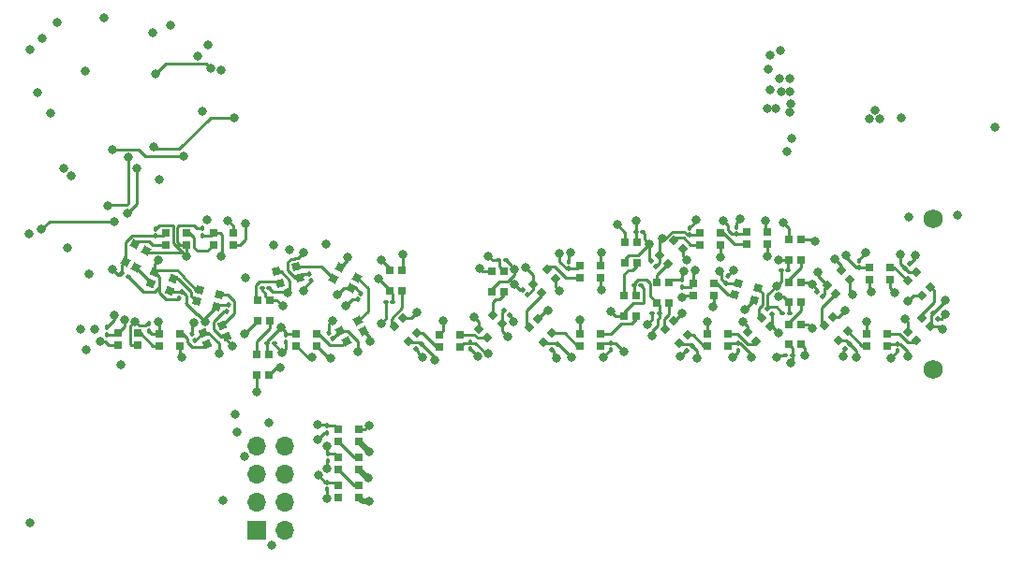
<source format=gtl>
G04 #@! TF.GenerationSoftware,KiCad,Pcbnew,7.0.2-0*
G04 #@! TF.CreationDate,2023-10-08T21:39:02-05:00*
G04 #@! TF.ProjectId,spudglo_business_card,73707564-676c-46f5-9f62-7573696e6573,rev?*
G04 #@! TF.SameCoordinates,Original*
G04 #@! TF.FileFunction,Copper,L1,Top*
G04 #@! TF.FilePolarity,Positive*
%FSLAX46Y46*%
G04 Gerber Fmt 4.6, Leading zero omitted, Abs format (unit mm)*
G04 Created by KiCad (PCBNEW 7.0.2-0) date 2023-10-08 21:39:02*
%MOMM*%
%LPD*%
G01*
G04 APERTURE LIST*
G04 Aperture macros list*
%AMRoundRect*
0 Rectangle with rounded corners*
0 $1 Rounding radius*
0 $2 $3 $4 $5 $6 $7 $8 $9 X,Y pos of 4 corners*
0 Add a 4 corners polygon primitive as box body*
4,1,4,$2,$3,$4,$5,$6,$7,$8,$9,$2,$3,0*
0 Add four circle primitives for the rounded corners*
1,1,$1+$1,$2,$3*
1,1,$1+$1,$4,$5*
1,1,$1+$1,$6,$7*
1,1,$1+$1,$8,$9*
0 Add four rect primitives between the rounded corners*
20,1,$1+$1,$2,$3,$4,$5,0*
20,1,$1+$1,$4,$5,$6,$7,0*
20,1,$1+$1,$6,$7,$8,$9,0*
20,1,$1+$1,$8,$9,$2,$3,0*%
%AMRotRect*
0 Rectangle, with rotation*
0 The origin of the aperture is its center*
0 $1 length*
0 $2 width*
0 $3 Rotation angle, in degrees counterclockwise*
0 Add horizontal line*
21,1,$1,$2,0,0,$3*%
G04 Aperture macros list end*
G04 #@! TA.AperFunction,SMDPad,CuDef*
%ADD10RoundRect,0.100000X0.100000X-0.130000X0.100000X0.130000X-0.100000X0.130000X-0.100000X-0.130000X0*%
G04 #@! TD*
G04 #@! TA.AperFunction,SMDPad,CuDef*
%ADD11RoundRect,0.100000X-0.162635X0.021213X0.021213X-0.162635X0.162635X-0.021213X-0.021213X0.162635X0*%
G04 #@! TD*
G04 #@! TA.AperFunction,SMDPad,CuDef*
%ADD12RotRect,0.700000X0.700000X45.000000*%
G04 #@! TD*
G04 #@! TA.AperFunction,SMDPad,CuDef*
%ADD13RotRect,0.700000X0.700000X195.000000*%
G04 #@! TD*
G04 #@! TA.AperFunction,SMDPad,CuDef*
%ADD14R,0.700000X0.700000*%
G04 #@! TD*
G04 #@! TA.AperFunction,SMDPad,CuDef*
%ADD15RotRect,0.700000X0.700000X345.000000*%
G04 #@! TD*
G04 #@! TA.AperFunction,SMDPad,CuDef*
%ADD16RoundRect,0.100000X-0.100000X0.130000X-0.100000X-0.130000X0.100000X-0.130000X0.100000X0.130000X0*%
G04 #@! TD*
G04 #@! TA.AperFunction,SMDPad,CuDef*
%ADD17RoundRect,0.100000X-0.021213X-0.162635X0.162635X0.021213X0.021213X0.162635X-0.162635X-0.021213X0*%
G04 #@! TD*
G04 #@! TA.AperFunction,SMDPad,CuDef*
%ADD18RoundRect,0.100000X0.021213X0.162635X-0.162635X-0.021213X-0.021213X-0.162635X0.162635X0.021213X0*%
G04 #@! TD*
G04 #@! TA.AperFunction,SMDPad,CuDef*
%ADD19RoundRect,0.100000X-0.130000X-0.100000X0.130000X-0.100000X0.130000X0.100000X-0.130000X0.100000X0*%
G04 #@! TD*
G04 #@! TA.AperFunction,SMDPad,CuDef*
%ADD20RotRect,0.700000X0.700000X225.000000*%
G04 #@! TD*
G04 #@! TA.AperFunction,SMDPad,CuDef*
%ADD21RoundRect,0.100000X0.130000X0.100000X-0.130000X0.100000X-0.130000X-0.100000X0.130000X-0.100000X0*%
G04 #@! TD*
G04 #@! TA.AperFunction,SMDPad,CuDef*
%ADD22RoundRect,0.100000X0.151603X-0.062583X0.021603X0.162583X-0.151603X0.062583X-0.021603X-0.162583X0*%
G04 #@! TD*
G04 #@! TA.AperFunction,SMDPad,CuDef*
%ADD23RoundRect,0.100000X0.162635X-0.021213X-0.021213X0.162635X-0.162635X0.021213X0.021213X-0.162635X0*%
G04 #@! TD*
G04 #@! TA.AperFunction,SMDPad,CuDef*
%ADD24RoundRect,0.100000X-0.021603X0.162583X-0.151603X-0.062583X0.021603X-0.162583X0.151603X0.062583X0*%
G04 #@! TD*
G04 #@! TA.AperFunction,SMDPad,CuDef*
%ADD25RotRect,0.700000X0.700000X30.000000*%
G04 #@! TD*
G04 #@! TA.AperFunction,SMDPad,CuDef*
%ADD26RoundRect,0.100000X-0.162583X-0.021603X0.062583X-0.151603X0.162583X0.021603X-0.062583X0.151603X0*%
G04 #@! TD*
G04 #@! TA.AperFunction,SMDPad,CuDef*
%ADD27RoundRect,0.100000X-0.049507X0.156362X-0.138432X-0.087958X0.049507X-0.156362X0.138432X0.087958X0*%
G04 #@! TD*
G04 #@! TA.AperFunction,SMDPad,CuDef*
%ADD28RoundRect,0.100000X-0.130239X0.099688X-0.062946X-0.151452X0.130239X-0.099688X0.062946X0.151452X0*%
G04 #@! TD*
G04 #@! TA.AperFunction,SMDPad,CuDef*
%ADD29RoundRect,0.100000X0.138432X-0.087958X0.049507X0.156362X-0.138432X0.087958X-0.049507X-0.156362X0*%
G04 #@! TD*
G04 #@! TA.AperFunction,SMDPad,CuDef*
%ADD30RotRect,0.700000X0.700000X315.000000*%
G04 #@! TD*
G04 #@! TA.AperFunction,SMDPad,CuDef*
%ADD31RotRect,0.700000X0.700000X135.000000*%
G04 #@! TD*
G04 #@! TA.AperFunction,SMDPad,CuDef*
%ADD32RotRect,0.700000X0.700000X150.000000*%
G04 #@! TD*
G04 #@! TA.AperFunction,SMDPad,CuDef*
%ADD33RoundRect,0.100000X0.062946X-0.151452X0.130239X0.099688X-0.062946X0.151452X-0.130239X-0.099688X0*%
G04 #@! TD*
G04 #@! TA.AperFunction,SMDPad,CuDef*
%ADD34RotRect,0.700000X0.700000X165.000000*%
G04 #@! TD*
G04 #@! TA.AperFunction,SMDPad,CuDef*
%ADD35RotRect,0.700000X0.700000X20.000000*%
G04 #@! TD*
G04 #@! TA.AperFunction,SMDPad,CuDef*
%ADD36RotRect,0.700000X0.700000X60.000000*%
G04 #@! TD*
G04 #@! TA.AperFunction,SMDPad,CuDef*
%ADD37RoundRect,0.100000X-0.062946X0.151452X-0.130239X-0.099688X0.062946X-0.151452X0.130239X0.099688X0*%
G04 #@! TD*
G04 #@! TA.AperFunction,SMDPad,CuDef*
%ADD38RotRect,0.700000X0.700000X160.000000*%
G04 #@! TD*
G04 #@! TA.AperFunction,ComponentPad*
%ADD39C,1.755000*%
G04 #@! TD*
G04 #@! TA.AperFunction,ComponentPad*
%ADD40R,1.700000X1.700000*%
G04 #@! TD*
G04 #@! TA.AperFunction,ComponentPad*
%ADD41O,1.700000X1.700000*%
G04 #@! TD*
G04 #@! TA.AperFunction,ViaPad*
%ADD42C,0.800000*%
G04 #@! TD*
G04 #@! TA.AperFunction,Conductor*
%ADD43C,0.250000*%
G04 #@! TD*
G04 #@! TA.AperFunction,Conductor*
%ADD44C,0.500000*%
G04 #@! TD*
G04 APERTURE END LIST*
D10*
X225060000Y-101900000D03*
X225060000Y-101260000D03*
D11*
X258007452Y-105977452D03*
X258460000Y-106430000D03*
D12*
X221812183Y-103302183D03*
X222590000Y-104080000D03*
X223884005Y-102785995D03*
X223106188Y-102008178D03*
D13*
X200742346Y-102768880D03*
X200457645Y-101706361D03*
X198690000Y-102180000D03*
X198974701Y-103242519D03*
D14*
X215220000Y-108980000D03*
X215220000Y-107880000D03*
X213390000Y-107880000D03*
X213390000Y-108980000D03*
X192960000Y-98680000D03*
X192960000Y-99780000D03*
X194790000Y-99780000D03*
X194790000Y-98680000D03*
X184330000Y-107750000D03*
X184330000Y-108850000D03*
X186160000Y-108850000D03*
X186160000Y-107750000D03*
D15*
X240362355Y-103216361D03*
X240077654Y-104278880D03*
X241845299Y-104752519D03*
X242130000Y-103690000D03*
D10*
X251290000Y-101815000D03*
X251290000Y-101175000D03*
D16*
X240380000Y-108695000D03*
X240380000Y-109335000D03*
D14*
X244990000Y-101110000D03*
X246090000Y-101110000D03*
X246090000Y-99280000D03*
X244990000Y-99280000D03*
D10*
X187730000Y-98970000D03*
X187730000Y-98330000D03*
D17*
X255457452Y-101912548D03*
X255910000Y-101460000D03*
D16*
X199509996Y-107920001D03*
X199509996Y-108560001D03*
D12*
X233295995Y-100674005D03*
X234073812Y-101451822D03*
X235367817Y-100157817D03*
X234590000Y-99380000D03*
D16*
X228900000Y-108660000D03*
X228900000Y-109300000D03*
D18*
X211752551Y-108747455D03*
X211300003Y-109200003D03*
X224024152Y-108769775D03*
X223571604Y-109222323D03*
D19*
X218735000Y-101170000D03*
X219375000Y-101170000D03*
D20*
X243281822Y-107173812D03*
X242504005Y-106395995D03*
X241210000Y-107690000D03*
X241987817Y-108467817D03*
D14*
X197990000Y-109680000D03*
X196890000Y-109680000D03*
X196890000Y-111510000D03*
X197990000Y-111510000D03*
D21*
X245050000Y-105950000D03*
X244410000Y-105950000D03*
D22*
X203719999Y-108254256D03*
X203399999Y-107700000D03*
D14*
X244990000Y-104980001D03*
X246090000Y-104980001D03*
X246090000Y-103150001D03*
X244990000Y-103150001D03*
X241175000Y-98630000D03*
X241175000Y-99730000D03*
X243005000Y-99730000D03*
X243005000Y-98630000D03*
D23*
X243482322Y-106012322D03*
X243029774Y-105559774D03*
D24*
X206300000Y-104142872D03*
X205980000Y-104697128D03*
D25*
X204425174Y-107565000D03*
X204975174Y-108517628D03*
X206560000Y-107602628D03*
X206010000Y-106650000D03*
D14*
X236360000Y-103280000D03*
X236360000Y-104380000D03*
X238190000Y-104380000D03*
X238190000Y-103280000D03*
D26*
X184705740Y-102310001D03*
X185259996Y-102630001D03*
D23*
X232970226Y-101710225D03*
X232517678Y-101257677D03*
D18*
X250462322Y-108747678D03*
X250009774Y-109200226D03*
D14*
X188110000Y-107790000D03*
X188110000Y-108890000D03*
X189940000Y-108890000D03*
X189940000Y-107790000D03*
D20*
X257771822Y-107133812D03*
X256994005Y-106355995D03*
X255700000Y-107650000D03*
X256477817Y-108427817D03*
D19*
X197825000Y-108660000D03*
X198465000Y-108660000D03*
D14*
X239420000Y-108880000D03*
X239420000Y-107780000D03*
X237590000Y-107780000D03*
X237590000Y-108880000D03*
X227920000Y-108880000D03*
X227920000Y-107780000D03*
X226090000Y-107780000D03*
X226090000Y-108880000D03*
D23*
X247992322Y-104442323D03*
X247539774Y-103989775D03*
D10*
X235350000Y-103580000D03*
X235350000Y-102940000D03*
D14*
X236960000Y-98680000D03*
X236960000Y-99780000D03*
X238790000Y-99780000D03*
X238790000Y-98680000D03*
D21*
X245305000Y-109770000D03*
X244665000Y-109770000D03*
D27*
X190103492Y-104043492D03*
X189884600Y-104644896D03*
D16*
X203260000Y-121260000D03*
X203260000Y-121900000D03*
D14*
X208930078Y-103905892D03*
X210030078Y-103905892D03*
X210030078Y-102075892D03*
X208930078Y-102075892D03*
D28*
X201640000Y-102390000D03*
X201805644Y-103008192D03*
D10*
X191960000Y-98900000D03*
X191960000Y-98260000D03*
D16*
X203310000Y-118685000D03*
X203310000Y-119325000D03*
D29*
X191258892Y-108421404D03*
X191040000Y-107820000D03*
D30*
X256483812Y-102258178D03*
X255705995Y-103035995D03*
X257000000Y-104330000D03*
X257777817Y-103552183D03*
D14*
X204265000Y-119020000D03*
X204265000Y-120120000D03*
X206095000Y-120120000D03*
X206095000Y-119020000D03*
D31*
X249484005Y-108374005D03*
X250261822Y-107596188D03*
X248967817Y-106302183D03*
X248190000Y-107080000D03*
D19*
X231140000Y-98570000D03*
X231780000Y-98570000D03*
D16*
X203210000Y-116145000D03*
X203210000Y-116785000D03*
D32*
X205407413Y-103713814D03*
X205957413Y-102761186D03*
X204372587Y-101846186D03*
X203822587Y-102798814D03*
D14*
X204240000Y-116460000D03*
X204240000Y-117560000D03*
X206070000Y-117560000D03*
X206070000Y-116460000D03*
D11*
X219257455Y-105697449D03*
X219710003Y-106149997D03*
D23*
X221366274Y-104296274D03*
X220913726Y-103843726D03*
D14*
X198090000Y-104779999D03*
X196990000Y-104779999D03*
X196990000Y-106609999D03*
X198090000Y-106609999D03*
D21*
X233270000Y-105980000D03*
X232630000Y-105980000D03*
D16*
X216200000Y-108540000D03*
X216200000Y-109180000D03*
D33*
X239317885Y-103212340D03*
X239483529Y-102594148D03*
D31*
X222806188Y-108551822D03*
X223584005Y-107774005D03*
X222290000Y-106480000D03*
X221512183Y-107257817D03*
D18*
X236202322Y-108917678D03*
X235749774Y-109370226D03*
D10*
X187130000Y-107565000D03*
X187130000Y-106925000D03*
D34*
X193205299Y-105342519D03*
X193490000Y-104280000D03*
X191722355Y-103806361D03*
X191437654Y-104868880D03*
D10*
X236000000Y-98860000D03*
X236000000Y-98220000D03*
D14*
X231190000Y-104380000D03*
X230090000Y-104380000D03*
X230090000Y-106210000D03*
X231190000Y-106210000D03*
D10*
X183330000Y-107875000D03*
X183330000Y-107235000D03*
D31*
X210584005Y-108474005D03*
X211361822Y-107696188D03*
X210067817Y-106402183D03*
X209290000Y-107180000D03*
D14*
X244990000Y-108780000D03*
X246090000Y-108780000D03*
X246090000Y-106950000D03*
X244990000Y-106950000D03*
D19*
X230980000Y-103410000D03*
X231620000Y-103410000D03*
D14*
X252275000Y-101793109D03*
X252275000Y-102893109D03*
X254105000Y-102893109D03*
X254105000Y-101793109D03*
X231290001Y-99549999D03*
X230190001Y-99549999D03*
X230190001Y-101379999D03*
X231290001Y-101379999D03*
D31*
X235042183Y-108687817D03*
X235820000Y-107910000D03*
X234525995Y-106615995D03*
X233748178Y-107393812D03*
D14*
X200470000Y-107840000D03*
X200470000Y-108940000D03*
X202300000Y-108940000D03*
X202300000Y-107840000D03*
X204270000Y-121570000D03*
X204270000Y-122670000D03*
X206100000Y-122670000D03*
X206100000Y-121570000D03*
D35*
X192030362Y-107705896D03*
X192406584Y-108739558D03*
X194126222Y-108113662D03*
X193750000Y-107080000D03*
D36*
X184980000Y-101290000D03*
X185932628Y-101840000D03*
X186847628Y-100255174D03*
X185895000Y-99705174D03*
D21*
X244920000Y-102100000D03*
X244280000Y-102100000D03*
D14*
X188690000Y-98680000D03*
X188690000Y-99780000D03*
X190520000Y-99780000D03*
X190520000Y-98680000D03*
X253820000Y-108930000D03*
X253820000Y-107830000D03*
X251990000Y-107830000D03*
X251990000Y-108930000D03*
X226090000Y-101680000D03*
X226090000Y-102780000D03*
X227920000Y-102780000D03*
X227920000Y-101680000D03*
D37*
X194292115Y-105177660D03*
X194126471Y-105795852D03*
D14*
X233067813Y-105009998D03*
X234167813Y-105009998D03*
X234167813Y-103179998D03*
X233067813Y-103179998D03*
X219190000Y-102180000D03*
X218090000Y-102180000D03*
X218090000Y-104010000D03*
X219190000Y-104010000D03*
D12*
X248418178Y-103396188D03*
X249195995Y-104174005D03*
X250490000Y-102880000D03*
X249712183Y-102102183D03*
D21*
X209190000Y-104900000D03*
X208550000Y-104900000D03*
D16*
X254810000Y-108745000D03*
X254810000Y-109385000D03*
D10*
X240220000Y-98790000D03*
X240220000Y-98150000D03*
D19*
X197350000Y-103690000D03*
X197990000Y-103690000D03*
D20*
X219025911Y-106863812D03*
X218248094Y-106085995D03*
X216954089Y-107380000D03*
X217731906Y-108157817D03*
D38*
X188993778Y-103883662D03*
X189370000Y-102850000D03*
X187650362Y-102224104D03*
X187274140Y-103257766D03*
D39*
X258000000Y-97440000D03*
X258000000Y-111030000D03*
D40*
X196850000Y-125580000D03*
D41*
X199390000Y-125580000D03*
X196850000Y-123040000D03*
X199390000Y-123040000D03*
X196850000Y-120500000D03*
X199390000Y-120500000D03*
X196850000Y-117960000D03*
X199390000Y-117960000D03*
D42*
X245070000Y-85870000D03*
X207905000Y-102815000D03*
X251060000Y-109960000D03*
X250130000Y-100730000D03*
X236660000Y-109990000D03*
X255050000Y-100590000D03*
X238670000Y-102110000D03*
X230070000Y-109470000D03*
X236520000Y-102070000D03*
X243260000Y-85740000D03*
X206030000Y-109430000D03*
X247590000Y-102260000D03*
X221180000Y-101850000D03*
X244300000Y-85870000D03*
X233523343Y-99199500D03*
X244000000Y-104450000D03*
X245169269Y-110460951D03*
X258890000Y-107400000D03*
X244020000Y-101110000D03*
X204190000Y-104280000D03*
X192190000Y-106710000D03*
X245090000Y-87740000D03*
X201090000Y-100490000D03*
X212940000Y-110150000D03*
X202454520Y-120628083D03*
X188020000Y-106710000D03*
X217780000Y-100760000D03*
X245100000Y-86950000D03*
X245040000Y-84700000D03*
X244094000Y-84709000D03*
X225290000Y-109960000D03*
X203190953Y-117957895D03*
X184915952Y-106573030D03*
X217812598Y-109567410D03*
X202400000Y-116040000D03*
X199210000Y-105300000D03*
X239010000Y-97550000D03*
X232590000Y-107970000D03*
X241560000Y-109940000D03*
X183855030Y-102000500D03*
X224253792Y-100521087D03*
X244070000Y-107730000D03*
X231180000Y-97600000D03*
X259130000Y-104760000D03*
X193640000Y-100760000D03*
X199056979Y-107236979D03*
X219525000Y-108095000D03*
X255710000Y-109890000D03*
X193490000Y-109620000D03*
X232150000Y-106940000D03*
X225250000Y-100440000D03*
X176402679Y-124940070D03*
X203544500Y-110050000D03*
X235523200Y-102143448D03*
X238790000Y-100890000D03*
X180960000Y-107400000D03*
X203120000Y-99700000D03*
X238110000Y-105400000D03*
X243856415Y-103460864D03*
X251990000Y-106740000D03*
X191192003Y-106764835D03*
X182260000Y-107400000D03*
X176360000Y-82070000D03*
X195820000Y-102700000D03*
X250750000Y-104260000D03*
X203210000Y-122720000D03*
X204940000Y-105280000D03*
X235740000Y-101160000D03*
X190120000Y-109930000D03*
X249860000Y-109870000D03*
X213750000Y-106630000D03*
X235310000Y-105960000D03*
X240775000Y-106725000D03*
X192369690Y-97454338D03*
X223970000Y-110020000D03*
X177090000Y-85960000D03*
X198430000Y-99770000D03*
X193790000Y-122910000D03*
X250040000Y-105730000D03*
X199190000Y-109480000D03*
X177460000Y-81030000D03*
X198220000Y-126950000D03*
X241013909Y-105583909D03*
X245190000Y-90150000D03*
X183100000Y-79230000D03*
X220104788Y-106727944D03*
X223210000Y-105720000D03*
X210080000Y-100640000D03*
X243020000Y-87450000D03*
X184563038Y-110644500D03*
X236604500Y-97467270D03*
X206929602Y-120860299D03*
X237590000Y-106760000D03*
X247060000Y-103340000D03*
X199640000Y-104120000D03*
X193670000Y-83970000D03*
X224210000Y-103950000D03*
X228175000Y-109955000D03*
X180149531Y-93469531D03*
X196890000Y-113080000D03*
X216550000Y-106300000D03*
X190540000Y-100808216D03*
X244800000Y-91280000D03*
X207000000Y-123010000D03*
X255470000Y-106480000D03*
X211840000Y-109940000D03*
X220139502Y-102000000D03*
X239930000Y-102050000D03*
X185906535Y-106706259D03*
X197970000Y-115850000D03*
X216860000Y-109870000D03*
X205060000Y-100840000D03*
X178830000Y-79590000D03*
X226090000Y-106590000D03*
X254170000Y-109980000D03*
X232364609Y-99681546D03*
X207027022Y-118526291D03*
X243130000Y-83860000D03*
X220190000Y-103340000D03*
X228060000Y-103840000D03*
X202390000Y-117360000D03*
X211330000Y-105900000D03*
X203240000Y-120010000D03*
X199879500Y-100180000D03*
X194710000Y-108920000D03*
X184020000Y-106130000D03*
X188010000Y-101160000D03*
X203690000Y-106640000D03*
X256380000Y-100710000D03*
X195870000Y-97830000D03*
X189050000Y-79850000D03*
X243870000Y-109910000D03*
X228860000Y-105770000D03*
X195080000Y-116690000D03*
X259120000Y-106050000D03*
X181395528Y-84030016D03*
X243005000Y-100760000D03*
X207141314Y-108530000D03*
X239870000Y-109940000D03*
X255730000Y-104815000D03*
X235130000Y-109890000D03*
X247310000Y-99400000D03*
X176280000Y-98770000D03*
X201097701Y-103932299D03*
X263630000Y-89140000D03*
X251930000Y-100470000D03*
X243770000Y-87440000D03*
X240600000Y-97410000D03*
X255110000Y-88270000D03*
X195750000Y-107810000D03*
X247060000Y-107340000D03*
X208100000Y-106870000D03*
X254520000Y-104110000D03*
X199030000Y-110840000D03*
X182732617Y-108496845D03*
X208120000Y-101110000D03*
X201874500Y-109960000D03*
X228065000Y-100465000D03*
X217040000Y-101930000D03*
X229490000Y-97950000D03*
X242825000Y-97545000D03*
X235350000Y-104500000D03*
X244480000Y-97720000D03*
X246380000Y-109770000D03*
X249120000Y-101050000D03*
X188100000Y-93820000D03*
X181730000Y-102430000D03*
X195751907Y-118906177D03*
X179774500Y-100020000D03*
X243270000Y-82550000D03*
X181450000Y-109275500D03*
X244220000Y-82170000D03*
X194960000Y-115090000D03*
X191580000Y-82645500D03*
X191930000Y-87700000D03*
X178210000Y-87819760D03*
X187510000Y-80540000D03*
X179407839Y-92799532D03*
X194800000Y-88230000D03*
X187520000Y-90900000D03*
X183861982Y-91128018D03*
X190260000Y-91730000D03*
X194220000Y-97590000D03*
X185200000Y-96880000D03*
X186034500Y-92837328D03*
X185310000Y-91852518D03*
X183370000Y-96190000D03*
X184035049Y-97629549D03*
X177425500Y-98340000D03*
X192688333Y-83782021D03*
X187760000Y-84270000D03*
X260230000Y-97040000D03*
X252720000Y-87610000D03*
X253180000Y-88360000D03*
X255830000Y-97200000D03*
X252255001Y-88354999D03*
X207000000Y-116110000D03*
X252390000Y-104000000D03*
X192476754Y-81692640D03*
D43*
X201090000Y-100490000D02*
X200627300Y-100952700D01*
X199703984Y-101324254D02*
X199703984Y-102092865D01*
X199703984Y-102092865D02*
X200379999Y-102768880D01*
X199973238Y-101055000D02*
X199703984Y-101324254D01*
X200627300Y-100952700D02*
X200342605Y-100952700D01*
X200342605Y-100952700D02*
X200240305Y-101055000D01*
X200240305Y-101055000D02*
X199973238Y-101055000D01*
X200379999Y-102768880D02*
X200742346Y-102768880D01*
X218765000Y-101755000D02*
X219190000Y-102180000D01*
X250462322Y-108747678D02*
X250088649Y-108374005D01*
X248170690Y-104263955D02*
X247992322Y-104442323D01*
X224253792Y-101284833D02*
X224868959Y-101900000D01*
X184915952Y-106573030D02*
X184915952Y-107164048D01*
X233253837Y-100716163D02*
X233253837Y-101426614D01*
X184915952Y-107164048D02*
X184330000Y-107750000D01*
X233080000Y-106510000D02*
X233080000Y-107100000D01*
X223889065Y-108634688D02*
X222889054Y-108634688D01*
X193205299Y-105342519D02*
X193370158Y-105177660D01*
X215575000Y-108625000D02*
X216115000Y-108625000D01*
X255457452Y-101912548D02*
X255050000Y-101505096D01*
X243482322Y-106012322D02*
X243482322Y-107142322D01*
X243482322Y-106973312D02*
X243281822Y-107173812D01*
X216640305Y-108625000D02*
X216115000Y-108625000D01*
X187010000Y-98890000D02*
X185644336Y-98890000D01*
X184205000Y-107875000D02*
X183330000Y-107875000D01*
X187355000Y-107790000D02*
X187130000Y-107565000D01*
X203960000Y-121260000D02*
X203260000Y-121260000D01*
X247590000Y-102260000D02*
X247590000Y-102568010D01*
X235084341Y-108729975D02*
X236014619Y-108729975D01*
X245305000Y-110325220D02*
X245305000Y-109770000D01*
X254005000Y-108745000D02*
X254810000Y-108745000D01*
X236660000Y-109990000D02*
X236660000Y-109375356D01*
X240220000Y-98790000D02*
X239840000Y-98790000D01*
X193730000Y-100670000D02*
X193730000Y-98850000D01*
X207905000Y-102815000D02*
X208930078Y-103840078D01*
X250462322Y-108747678D02*
X251060000Y-109345356D01*
X221812183Y-103850365D02*
X221812183Y-103302183D01*
X188110000Y-107790000D02*
X187355000Y-107790000D01*
X258623812Y-107133812D02*
X258890000Y-107400000D01*
X211752551Y-108747455D02*
X212940000Y-109934904D01*
X222889054Y-108634688D02*
X222806188Y-108551822D01*
X236360000Y-103280000D02*
X236360000Y-102230000D01*
X236780000Y-98860000D02*
X236000000Y-98860000D01*
X257771822Y-107133812D02*
X258623812Y-107133812D01*
X203105000Y-116040000D02*
X203210000Y-116145000D01*
X235808959Y-98860000D02*
X236000000Y-98860000D01*
X208930078Y-103840078D02*
X208930078Y-103905892D01*
X192740000Y-98900000D02*
X191960000Y-98900000D01*
X236660000Y-109375356D02*
X236202322Y-108917678D01*
X206300000Y-104142872D02*
X205870942Y-103713814D01*
X192190000Y-106710000D02*
X192190000Y-106357818D01*
X190472238Y-105039232D02*
X190482611Y-105028859D01*
X184330000Y-107750000D02*
X184205000Y-107875000D01*
X231313959Y-102885000D02*
X232067813Y-102885000D01*
X255050000Y-101505096D02*
X255050000Y-100590000D01*
X245305000Y-109770000D02*
X245305000Y-109095000D01*
X197350000Y-103881041D02*
X197350000Y-103690000D01*
X251290000Y-101815000D02*
X251098959Y-101815000D01*
X224253792Y-100521087D02*
X224253792Y-101284833D01*
X184705740Y-102310001D02*
X184705740Y-101564260D01*
X255710000Y-109890000D02*
X255710000Y-109453959D01*
X184350905Y-102496375D02*
X184519366Y-102496375D01*
X251060000Y-109345356D02*
X251060000Y-109960000D01*
X239317885Y-103212340D02*
X240358334Y-103212340D01*
X239420000Y-108880000D02*
X239605000Y-108695000D01*
X233523343Y-99199500D02*
X233295995Y-99426848D01*
X197665000Y-104415000D02*
X197665000Y-104196041D01*
X216115000Y-108625000D02*
X216200000Y-108540000D01*
X209190000Y-104900000D02*
X209190000Y-104165814D01*
X233815904Y-99199500D02*
X234455379Y-98560025D01*
X184519366Y-102496375D02*
X184705740Y-102310001D01*
X203086437Y-121260000D02*
X203260000Y-121260000D01*
X211752551Y-108747455D02*
X211617464Y-108612368D01*
X191314854Y-108421404D02*
X192030362Y-107705896D01*
X190103492Y-104043492D02*
X189153608Y-104043492D01*
X190159529Y-104043492D02*
X190103492Y-104043492D01*
X257819975Y-107085659D02*
X257819975Y-106164929D01*
X256483812Y-102258178D02*
X256441654Y-102216020D01*
X221180000Y-101850000D02*
X221812183Y-102482183D01*
X192960000Y-98680000D02*
X192740000Y-98900000D01*
X226090000Y-101680000D02*
X225870000Y-101900000D01*
X191258892Y-108421404D02*
X191314854Y-108421404D01*
X193370158Y-105177660D02*
X194292115Y-105177660D01*
X244990000Y-104980001D02*
X244990000Y-105890000D01*
X199509996Y-107689996D02*
X199509996Y-107920001D01*
X211617464Y-108612368D02*
X210722368Y-108612368D01*
X231290001Y-99549999D02*
X231140000Y-99399998D01*
X197825000Y-109515000D02*
X197825000Y-108660000D01*
X233270000Y-105212185D02*
X233067813Y-105009998D01*
X219068069Y-105886835D02*
X219257455Y-105697449D01*
X232392813Y-103210000D02*
X232392813Y-104334998D01*
X205870942Y-103713814D02*
X205407413Y-103713814D01*
X204425174Y-107565000D02*
X204409255Y-107565000D01*
X221812183Y-102482183D02*
X221812183Y-103302183D01*
X255001041Y-108745000D02*
X254810000Y-108745000D01*
X203190953Y-118565953D02*
X203310000Y-118685000D01*
X199589997Y-107840000D02*
X199509996Y-107920001D01*
X229260000Y-108660000D02*
X228900000Y-108660000D01*
X198090000Y-104779999D02*
X198690000Y-104779999D01*
X239226798Y-103212340D02*
X238870000Y-102855542D01*
X241175000Y-98630000D02*
X241015000Y-98790000D01*
X244990000Y-105890000D02*
X245050000Y-105950000D01*
X231140000Y-97640000D02*
X231140000Y-98570000D01*
X193640000Y-100760000D02*
X193730000Y-100670000D01*
X245169269Y-110460951D02*
X245305000Y-110325220D01*
X233080000Y-107100000D02*
X232590000Y-107590000D01*
X204240000Y-116460000D02*
X203925000Y-116145000D01*
X231190000Y-104380000D02*
X230980000Y-104170000D01*
X219025911Y-106863812D02*
X219068069Y-106821654D01*
X235508984Y-98560025D02*
X235808959Y-98860000D01*
X238870000Y-102310000D02*
X238670000Y-102110000D01*
X259130000Y-104854904D02*
X258007452Y-105977452D01*
X204756186Y-103713814D02*
X204190000Y-104280000D01*
X205407413Y-103713814D02*
X204756186Y-103713814D01*
X188110000Y-106800000D02*
X188110000Y-107790000D01*
X233295995Y-100674005D02*
X233253837Y-100716163D01*
X225870000Y-101900000D02*
X225060000Y-101900000D01*
X201640000Y-102390000D02*
X201121226Y-102390000D01*
X247590000Y-102568010D02*
X248418178Y-103396188D01*
X239605000Y-108695000D02*
X240380000Y-108695000D01*
X233270000Y-105980000D02*
X233270000Y-105212185D01*
X231180000Y-97600000D02*
X231140000Y-97640000D01*
X183855030Y-102000500D02*
X184350905Y-102496375D01*
X239465000Y-98005000D02*
X239010000Y-97550000D01*
X192190000Y-106357818D02*
X193205299Y-105342519D01*
X199056979Y-107236979D02*
X199509996Y-107689996D01*
X257771822Y-107133812D02*
X257819975Y-107085659D01*
X233270000Y-105980000D02*
X233270000Y-106320000D01*
X217582715Y-109567410D02*
X216640305Y-108625000D01*
X233295995Y-99426848D02*
X233295995Y-100674005D01*
X204270000Y-121570000D02*
X203960000Y-121260000D01*
X243482322Y-107142322D02*
X244070000Y-107730000D01*
X240380000Y-108695000D02*
X240574645Y-108695000D01*
X193560000Y-98680000D02*
X192960000Y-98680000D01*
X203925000Y-116145000D02*
X203210000Y-116145000D01*
X239317885Y-103212340D02*
X239226798Y-103212340D01*
X190482611Y-104366574D02*
X190159529Y-104043492D01*
X187090000Y-98970000D02*
X187010000Y-98890000D01*
X250088649Y-108374005D02*
X249484005Y-108374005D01*
X248418178Y-103396188D02*
X248170690Y-103643676D01*
X232067813Y-102885000D02*
X232392813Y-103210000D01*
X253820000Y-108930000D02*
X254005000Y-108745000D01*
X245305000Y-109095000D02*
X244990000Y-108780000D01*
X228140000Y-108660000D02*
X228900000Y-108660000D01*
X188400000Y-98970000D02*
X188690000Y-98680000D01*
X244459999Y-104450000D02*
X244990000Y-104980001D01*
X203190953Y-117957895D02*
X203190953Y-118565953D01*
X256441654Y-102216020D02*
X255760924Y-102216020D01*
X250130000Y-100846041D02*
X250130000Y-100730000D01*
X187730000Y-98970000D02*
X187090000Y-98970000D01*
X236960000Y-98680000D02*
X236780000Y-98860000D01*
X232590000Y-107590000D02*
X232590000Y-107970000D01*
X193490000Y-108705570D02*
X193490000Y-109620000D01*
X218765000Y-101200000D02*
X218765000Y-101755000D01*
X241015000Y-98790000D02*
X240220000Y-98790000D01*
X197990000Y-109680000D02*
X197825000Y-109515000D01*
X202454520Y-120628083D02*
X203086437Y-121260000D01*
X244920000Y-101180000D02*
X244990000Y-101110000D01*
X192030362Y-107705896D02*
X192490326Y-107705896D01*
X248170690Y-103643676D02*
X248170690Y-104263955D01*
X233270000Y-106320000D02*
X233080000Y-106510000D01*
X255760924Y-102216020D02*
X255457452Y-101912548D01*
X252275000Y-101793109D02*
X251311891Y-101793109D01*
X212940000Y-109934904D02*
X212940000Y-110150000D01*
X193730000Y-98850000D02*
X193560000Y-98680000D01*
X236014619Y-108729975D02*
X236202322Y-108917678D01*
X200470000Y-107840000D02*
X199589997Y-107840000D01*
X231140000Y-99399998D02*
X231140000Y-98570000D01*
X204409255Y-107565000D02*
X203719999Y-108254256D01*
X217812598Y-109567410D02*
X217582715Y-109567410D01*
X184705740Y-101564260D02*
X184980000Y-101290000D01*
X219025911Y-107595911D02*
X219525000Y-108095000D01*
X234455379Y-98560025D02*
X235508984Y-98560025D01*
X215220000Y-108980000D02*
X215575000Y-108625000D01*
X201121226Y-102390000D02*
X200742346Y-102768880D01*
X221366274Y-104296274D02*
X221812183Y-103850365D01*
X224099775Y-108769775D02*
X225290000Y-109960000D01*
X224868959Y-101900000D02*
X225060000Y-101900000D01*
X227920000Y-108880000D02*
X228140000Y-108660000D01*
X232392813Y-104334998D02*
X233067813Y-105009998D01*
X203930000Y-118685000D02*
X203310000Y-118685000D01*
X251098959Y-101815000D02*
X250130000Y-100846041D01*
X192190000Y-106710000D02*
X191519835Y-106039835D01*
X198090000Y-104779999D02*
X198029999Y-104779999D01*
X236060000Y-103580000D02*
X236360000Y-103280000D01*
X243482322Y-106012322D02*
X243482322Y-106973312D01*
X189153608Y-104043492D02*
X188993778Y-103883662D01*
X230070000Y-109470000D02*
X229260000Y-108660000D01*
X238870000Y-102855542D02*
X238870000Y-102310000D01*
X239840000Y-98790000D02*
X239465000Y-98415000D01*
X257819975Y-106164929D02*
X258007452Y-105977452D01*
X235350000Y-103580000D02*
X236060000Y-103580000D01*
X230980000Y-103218959D02*
X231313959Y-102885000D01*
X217780000Y-100760000D02*
X218190000Y-101170000D01*
X224024152Y-108769775D02*
X223889065Y-108634688D01*
X210722368Y-108612368D02*
X210584005Y-108474005D01*
X236360000Y-102230000D02*
X236520000Y-102070000D01*
X206030000Y-108506616D02*
X206030000Y-109430000D01*
X244920000Y-102100000D02*
X244920000Y-101180000D01*
X198029999Y-104779999D02*
X197665000Y-104415000D01*
X224024152Y-108769775D02*
X224099775Y-108769775D01*
X184980000Y-99554336D02*
X184980000Y-101290000D01*
X240574645Y-108695000D02*
X241560000Y-109680355D01*
X199056979Y-107236979D02*
X197825000Y-108468959D01*
X219068069Y-106821654D02*
X219068069Y-105886835D01*
X230980000Y-104170000D02*
X230980000Y-103410000D01*
X219025911Y-106863812D02*
X219025911Y-107595911D01*
X205088384Y-107565000D02*
X206030000Y-108506616D01*
X191472841Y-106039835D02*
X190472238Y-105039232D01*
X255710000Y-109453959D02*
X255001041Y-108745000D01*
X209190000Y-104165814D02*
X208930078Y-103905892D01*
X244000000Y-104450000D02*
X244459999Y-104450000D01*
X197665000Y-104196041D02*
X197350000Y-103881041D01*
X204425174Y-107565000D02*
X205088384Y-107565000D01*
X241560000Y-109680355D02*
X241560000Y-109940000D01*
X192490326Y-107705896D02*
X193490000Y-108705570D01*
X233523343Y-99199500D02*
X233815904Y-99199500D01*
X235042183Y-108687817D02*
X235084341Y-108729975D01*
X244990000Y-101110000D02*
X244020000Y-101110000D01*
X190482611Y-105028859D02*
X190482611Y-104366574D01*
X240358334Y-103212340D02*
X240362355Y-103216361D01*
X218190000Y-101170000D02*
X218735000Y-101170000D01*
X202400000Y-116040000D02*
X203105000Y-116040000D01*
X185644336Y-98890000D02*
X184980000Y-99554336D01*
X230980000Y-103410000D02*
X230980000Y-103218959D01*
X191519835Y-106039835D02*
X191472841Y-106039835D01*
X197825000Y-108468959D02*
X197825000Y-108660000D01*
X259130000Y-104760000D02*
X259130000Y-104854904D01*
X204265000Y-119020000D02*
X203930000Y-118685000D01*
X218735000Y-101170000D02*
X218765000Y-101200000D01*
X198690000Y-104779999D02*
X199210000Y-105300000D01*
X239465000Y-98415000D02*
X239465000Y-98005000D01*
X188020000Y-106710000D02*
X188110000Y-106800000D01*
X251311891Y-101793109D02*
X251290000Y-101815000D01*
X187730000Y-98970000D02*
X188400000Y-98970000D01*
X233253837Y-101426614D02*
X232970226Y-101710225D01*
X195870000Y-99300000D02*
X195870000Y-97830000D01*
X228860000Y-105770000D02*
X229300000Y-106210000D01*
X255700000Y-107650000D02*
X255700000Y-106710000D01*
X223721078Y-109771078D02*
X223721078Y-109371797D01*
X256215000Y-104330000D02*
X255730000Y-104815000D01*
X250490000Y-102880000D02*
X250490000Y-104000000D01*
X238190000Y-104380000D02*
X238190000Y-105320000D01*
X195750000Y-107810000D02*
X195789999Y-107810000D01*
X196890000Y-113080000D02*
X196890000Y-111510000D01*
X207141314Y-108183942D02*
X207141314Y-108530000D01*
X223970000Y-110020000D02*
X223721078Y-109771078D01*
X199052347Y-102180000D02*
X198690000Y-102180000D01*
X220139502Y-102480498D02*
X219540000Y-103080000D01*
X202965000Y-116785000D02*
X202390000Y-117360000D01*
X255700000Y-106710000D02*
X255470000Y-106480000D01*
X186661360Y-104031365D02*
X187617945Y-104031365D01*
X208100000Y-106870000D02*
X208550000Y-106420000D01*
X190540000Y-100808216D02*
X189365000Y-99633216D01*
X203210000Y-121950000D02*
X203260000Y-121900000D01*
X231865000Y-103655000D02*
X231865000Y-105055000D01*
X189845000Y-98005000D02*
X191195000Y-98005000D01*
D44*
X206070000Y-117569269D02*
X206070000Y-117560000D01*
D43*
X235350000Y-102316648D02*
X235523200Y-102143448D01*
X189690000Y-98160000D02*
X189845000Y-98005000D01*
X210030078Y-101932231D02*
X210030078Y-102075892D01*
X236604500Y-97615500D02*
X236000000Y-98220000D01*
X244010000Y-109770000D02*
X243870000Y-109910000D01*
X198296180Y-103996180D02*
X197990000Y-103690000D01*
X192976401Y-107436401D02*
X193653662Y-108113662D01*
X199516180Y-103996180D02*
X198296180Y-103996180D01*
X246670000Y-106950000D02*
X246090000Y-106950000D01*
X258740000Y-106430000D02*
X259120000Y-106050000D01*
X220693726Y-103843726D02*
X220913726Y-103843726D01*
D44*
X206440000Y-123010000D02*
X206100000Y-122670000D01*
D43*
X211840000Y-109940000D02*
X211435090Y-109535090D01*
X187617945Y-104031365D02*
X188047739Y-103601571D01*
X237590000Y-107780000D02*
X237590000Y-106760000D01*
X185906535Y-106706259D02*
X186275276Y-107075000D01*
X185560000Y-108850000D02*
X186160000Y-108850000D01*
X251990000Y-107830000D02*
X251990000Y-106740000D01*
X231965001Y-99281938D02*
X231965001Y-98755001D01*
X246090000Y-99280000D02*
X247190000Y-99280000D01*
X210080000Y-100640000D02*
X210080000Y-101882309D01*
X220139502Y-102000000D02*
X220139502Y-102480498D01*
X191722355Y-103806361D02*
X191382757Y-103806361D01*
X190540000Y-100808216D02*
X190540000Y-99800000D01*
X187650362Y-102224104D02*
X187650362Y-101519638D01*
X195390000Y-99780000D02*
X195870000Y-99300000D01*
X223210000Y-105720000D02*
X223050000Y-105720000D01*
X243856415Y-103460864D02*
X244270000Y-103047279D01*
X198465000Y-108755000D02*
X198465000Y-108660000D01*
X203240000Y-119395000D02*
X203310000Y-119325000D01*
D44*
X206835299Y-120860299D02*
X206095000Y-120120000D01*
D43*
X190186784Y-100455000D02*
X187047454Y-100455000D01*
X190540000Y-99800000D02*
X190520000Y-99780000D01*
X193653662Y-108113662D02*
X194126222Y-108113662D01*
X223884005Y-103624005D02*
X223884005Y-102785995D01*
X185906535Y-106706259D02*
X185853741Y-106706259D01*
X199190000Y-109480000D02*
X199509996Y-109160004D01*
X186938959Y-106925000D02*
X187130000Y-106925000D01*
X230505001Y-100704999D02*
X230190001Y-101019999D01*
X256380000Y-100710000D02*
X256380000Y-100990000D01*
X239870000Y-109940000D02*
X240380000Y-109430000D01*
X235367817Y-100787817D02*
X235740000Y-101160000D01*
X192976401Y-106736195D02*
X192976401Y-107436401D01*
X210827817Y-106402183D02*
X210067817Y-106402183D01*
X234654005Y-106615995D02*
X235310000Y-105960000D01*
X190143599Y-102567203D02*
X190143599Y-102506195D01*
X240220000Y-98150000D02*
X240220000Y-97790000D01*
X243856415Y-103460864D02*
X243048960Y-104268319D01*
X235367817Y-100157817D02*
X235367817Y-100787817D01*
X189884600Y-104644896D02*
X189872235Y-104657261D01*
X232364609Y-99681546D02*
X231341156Y-100704999D01*
X188047739Y-103601571D02*
X188047739Y-102621481D01*
X189940000Y-109750000D02*
X189940000Y-108890000D01*
X185485000Y-107075000D02*
X185485000Y-108775000D01*
X232364609Y-101104608D02*
X232364609Y-99681546D01*
X232630000Y-106460000D02*
X232150000Y-106940000D01*
X203410000Y-110050000D02*
X202300000Y-108940000D01*
X185485000Y-108775000D02*
X185560000Y-108850000D01*
X240220000Y-97790000D02*
X240600000Y-97410000D01*
X211330000Y-105900000D02*
X210827817Y-106402183D01*
X225060000Y-100630000D02*
X225060000Y-101260000D01*
X251290000Y-101110000D02*
X251930000Y-100470000D01*
X220190000Y-103340000D02*
X220693726Y-103843726D01*
X230190001Y-101019999D02*
X230190001Y-101379999D01*
X231865000Y-105055000D02*
X230945000Y-105055000D01*
X194126471Y-105795852D02*
X193916744Y-105795852D01*
X189365000Y-98005000D02*
X188055000Y-98005000D01*
X244270000Y-102110000D02*
X244280000Y-102100000D01*
X205522872Y-104697128D02*
X205980000Y-104697128D01*
X228830000Y-109300000D02*
X228900000Y-109300000D01*
X219540000Y-103080000D02*
X218805029Y-103080000D01*
X239930000Y-102050000D02*
X239483529Y-102496471D01*
X191195000Y-98005000D02*
X191450000Y-98260000D01*
X234525995Y-106615995D02*
X234654005Y-106615995D01*
X206560000Y-107602628D02*
X207141314Y-108183942D01*
X188649973Y-104657261D02*
X188047739Y-104055027D01*
X228060000Y-103840000D02*
X227920000Y-103700000D01*
X220104788Y-106544782D02*
X219710003Y-106149997D01*
X199640000Y-104120000D02*
X199516180Y-103996180D01*
D44*
X207000000Y-123010000D02*
X206440000Y-123010000D01*
D43*
X203690000Y-106640000D02*
X203399999Y-106930001D01*
X230090000Y-105910000D02*
X230090000Y-106210000D01*
X184020000Y-106545000D02*
X183330000Y-107235000D01*
X243005000Y-99730000D02*
X243005000Y-100760000D01*
X216954089Y-106704089D02*
X216954089Y-107380000D01*
X203544500Y-110050000D02*
X203410000Y-110050000D01*
X190143599Y-102506195D02*
X189713805Y-102076401D01*
X204940000Y-105280000D02*
X205522872Y-104697128D01*
D44*
X207027022Y-118526291D02*
X206070000Y-117569269D01*
D43*
X219865000Y-101660000D02*
X219375000Y-101170000D01*
X184020000Y-106130000D02*
X184020000Y-106545000D01*
X213750000Y-106630000D02*
X213750000Y-107520000D01*
X243202112Y-105387436D02*
X243029774Y-105559774D01*
X185259996Y-102630001D02*
X186661360Y-104031365D01*
X190120000Y-109930000D02*
X189940000Y-109750000D01*
X193916744Y-105795852D02*
X192976401Y-106736195D01*
X227920000Y-103700000D02*
X227920000Y-102780000D01*
X238790000Y-99780000D02*
X238790000Y-100890000D01*
X205060000Y-100840000D02*
X205060000Y-101158773D01*
X228175000Y-109955000D02*
X228830000Y-109300000D01*
X186788959Y-107075000D02*
X186938959Y-106925000D01*
X205060000Y-101158773D02*
X204372587Y-101846186D01*
X246870001Y-103150001D02*
X247060000Y-103340000D01*
X239483529Y-102496471D02*
X239483529Y-102594148D01*
X187650362Y-101519638D02*
X188010000Y-101160000D01*
D44*
X206929602Y-120860299D02*
X206835299Y-120860299D01*
D43*
X254765000Y-109385000D02*
X254170000Y-109980000D01*
X203240000Y-120010000D02*
X203240000Y-119395000D01*
X223721078Y-109371797D02*
X223571604Y-109222323D01*
X216860000Y-109840000D02*
X216200000Y-109180000D01*
X194790000Y-99780000D02*
X195390000Y-99780000D01*
X210080000Y-101882309D02*
X210030078Y-101932231D01*
X189872235Y-104657261D02*
X188649973Y-104657261D01*
X225250000Y-100440000D02*
X225060000Y-100630000D01*
X187798065Y-102076401D02*
X187650362Y-102224104D01*
X213750000Y-107520000D02*
X213390000Y-107880000D01*
X231620000Y-103410000D02*
X231865000Y-103655000D01*
X190540000Y-100808216D02*
X190186784Y-100455000D01*
X234167813Y-103179998D02*
X234407811Y-102940000D01*
X243048960Y-105540588D02*
X243029774Y-105559774D01*
X240380000Y-109430000D02*
X240380000Y-109335000D01*
X247060000Y-107340000D02*
X246670000Y-106950000D01*
X250009774Y-109200226D02*
X249860000Y-109350000D01*
X191040000Y-106916838D02*
X191040000Y-107820000D01*
X235649774Y-109370226D02*
X235130000Y-109890000D01*
X231341156Y-100704999D02*
X230505001Y-100704999D01*
X247539774Y-103989775D02*
X247539774Y-103819774D01*
X189690000Y-99550000D02*
X189690000Y-98160000D01*
X230945000Y-105055000D02*
X230090000Y-105910000D01*
X243048960Y-104268319D02*
X243048960Y-105540588D01*
X220104788Y-106727944D02*
X220104788Y-106544782D01*
X235749774Y-109370226D02*
X235649774Y-109370226D01*
X244270000Y-103047279D02*
X244270000Y-102110000D01*
X238190000Y-105320000D02*
X238110000Y-105400000D01*
X249467817Y-106302183D02*
X250040000Y-105730000D01*
X201097701Y-103932299D02*
X201097701Y-103716135D01*
X232517678Y-101257677D02*
X232364609Y-101104608D01*
X216550000Y-106300000D02*
X216954089Y-106704089D01*
X189365000Y-99633216D02*
X189365000Y-98005000D01*
X211435090Y-109335090D02*
X211300003Y-109200003D01*
X218805029Y-103080000D02*
X218090000Y-103795029D01*
X231965001Y-98755001D02*
X231780000Y-98570000D01*
X243847436Y-105387436D02*
X243202112Y-105387436D01*
X208550000Y-106420000D02*
X208550000Y-104900000D01*
X191450000Y-98260000D02*
X191960000Y-98260000D01*
X247539774Y-103819774D02*
X247060000Y-103340000D01*
X249860000Y-109350000D02*
X249860000Y-109870000D01*
X250490000Y-104000000D02*
X250750000Y-104260000D01*
X234407811Y-102940000D02*
X235350000Y-102940000D01*
X191382757Y-103806361D02*
X190143599Y-102567203D01*
X186275276Y-107075000D02*
X186788959Y-107075000D01*
X232630000Y-105980000D02*
X232630000Y-106460000D01*
X199640000Y-104120000D02*
X199850000Y-103910000D01*
X224210000Y-103950000D02*
X223884005Y-103624005D01*
X185853741Y-106706259D02*
X185485000Y-107075000D01*
X188047739Y-102621481D02*
X187650362Y-102224104D01*
X229300000Y-106210000D02*
X230090000Y-106210000D01*
X219865000Y-101725498D02*
X219865000Y-101660000D01*
X194126222Y-108336222D02*
X194126222Y-108113662D01*
X194710000Y-108920000D02*
X194126222Y-108336222D01*
X244410000Y-105950000D02*
X243847436Y-105387436D01*
X232364609Y-99681546D02*
X231965001Y-99281938D01*
X199850000Y-103910000D02*
X199850000Y-102977653D01*
X246090000Y-103150001D02*
X246870001Y-103150001D01*
X191192003Y-106764835D02*
X191040000Y-106916838D01*
X199509996Y-109160004D02*
X199509996Y-108560001D01*
X241845299Y-104752519D02*
X241013909Y-105583909D01*
X190520000Y-99780000D02*
X189920000Y-99780000D01*
X241210000Y-107690000D02*
X241210000Y-107160000D01*
X203210000Y-122720000D02*
X203210000Y-121950000D01*
X254105000Y-102893109D02*
X254105000Y-103695000D01*
X199850000Y-102977653D02*
X199052347Y-102180000D01*
X258460000Y-106430000D02*
X258740000Y-106430000D01*
X201097701Y-103716135D02*
X201805644Y-103008192D01*
X257000000Y-104330000D02*
X256215000Y-104330000D01*
X203399999Y-106930001D02*
X203399999Y-107700000D01*
X226090000Y-106590000D02*
X226090000Y-107780000D01*
X254810000Y-109385000D02*
X254765000Y-109385000D01*
X247190000Y-99280000D02*
X247310000Y-99400000D01*
X235350000Y-102940000D02*
X235350000Y-102316648D01*
X189713805Y-102076401D02*
X187798065Y-102076401D01*
X203210000Y-116785000D02*
X202965000Y-116785000D01*
X251290000Y-101175000D02*
X251290000Y-101110000D01*
X218090000Y-103795029D02*
X218090000Y-104010000D01*
X241210000Y-107160000D02*
X240775000Y-106725000D01*
X254105000Y-103695000D02*
X254520000Y-104110000D01*
X195789999Y-107810000D02*
X196990000Y-106609999D01*
X244665000Y-109770000D02*
X244010000Y-109770000D01*
X187047454Y-100455000D02*
X186847628Y-100255174D01*
X223050000Y-105720000D02*
X222290000Y-106480000D01*
X188055000Y-98005000D02*
X187730000Y-98330000D01*
X188047739Y-104055027D02*
X188047739Y-102621481D01*
X236604500Y-97467270D02*
X236604500Y-97615500D01*
X189920000Y-99780000D02*
X189690000Y-99550000D01*
X256380000Y-100990000D02*
X255910000Y-101460000D01*
X211435090Y-109535090D02*
X211435090Y-109335090D01*
X248967817Y-106302183D02*
X249467817Y-106302183D01*
X216860000Y-109870000D02*
X216860000Y-109840000D01*
X199190000Y-109480000D02*
X198465000Y-108755000D01*
X220139502Y-102000000D02*
X219865000Y-101725498D01*
X228920000Y-107780000D02*
X229815000Y-106885000D01*
X230765000Y-106885000D02*
X231190000Y-106460000D01*
X231190000Y-106460000D02*
X231190000Y-106210000D01*
X227920000Y-107780000D02*
X228920000Y-107780000D01*
X229815000Y-106885000D02*
X230765000Y-106885000D01*
X230090000Y-102440000D02*
X230475001Y-102054999D01*
X230090000Y-104380000D02*
X230090000Y-102440000D01*
X230865001Y-102054999D02*
X231290001Y-101629999D01*
X230475001Y-102054999D02*
X230865001Y-102054999D01*
X231290001Y-101629999D02*
X231290001Y-101379999D01*
X191230000Y-100010000D02*
X191230000Y-99140000D01*
X191540000Y-100320000D02*
X191230000Y-100010000D01*
X191230000Y-99140000D02*
X190770000Y-98680000D01*
X192420000Y-100320000D02*
X191540000Y-100320000D01*
X190770000Y-98680000D02*
X190520000Y-98680000D01*
X192960000Y-99780000D02*
X192420000Y-100320000D01*
X186148109Y-99452065D02*
X185895000Y-99705174D01*
X188690000Y-99780000D02*
X187438292Y-99780000D01*
X187110357Y-99452065D02*
X186148109Y-99452065D01*
X187438292Y-99780000D02*
X187110357Y-99452065D01*
X187274140Y-103257766D02*
X187274140Y-103181512D01*
X187274140Y-103181512D02*
X185932628Y-101840000D01*
X189790000Y-102850000D02*
X189370000Y-102850000D01*
X190968694Y-104028694D02*
X189790000Y-102850000D01*
X191437654Y-104868880D02*
X190968694Y-104399920D01*
X190968694Y-104399920D02*
X190968694Y-104028694D01*
X194269378Y-104280000D02*
X194878435Y-104889057D01*
X194878435Y-104889057D02*
X194878435Y-105951565D01*
X193490000Y-104280000D02*
X194269378Y-104280000D01*
X194878435Y-105951565D02*
X193750000Y-107080000D01*
X187510000Y-108890000D02*
X186370000Y-107750000D01*
X188110000Y-108890000D02*
X187510000Y-108890000D01*
X186370000Y-107750000D02*
X186160000Y-107750000D01*
X182732617Y-108496845D02*
X183120804Y-108496845D01*
X199030000Y-110840000D02*
X198660000Y-110840000D01*
X183120804Y-108496845D02*
X183473959Y-108850000D01*
X198660000Y-110840000D02*
X197990000Y-111510000D01*
X183473959Y-108850000D02*
X184330000Y-108850000D01*
X196890000Y-108530000D02*
X198090000Y-107330000D01*
X196890000Y-109680000D02*
X196890000Y-108530000D01*
X198090000Y-107330000D02*
X198090000Y-106609999D01*
X198792182Y-103060000D02*
X198974701Y-103242519D01*
X196795000Y-103413959D02*
X197148959Y-103060000D01*
X196795000Y-104584999D02*
X196795000Y-103413959D01*
X196990000Y-104779999D02*
X196795000Y-104584999D01*
X197148959Y-103060000D02*
X198792182Y-103060000D01*
X202730134Y-101706361D02*
X200457645Y-101706361D01*
X203822587Y-102798814D02*
X202730134Y-101706361D01*
X203509482Y-108872921D02*
X204619881Y-108872921D01*
X204619881Y-108872921D02*
X204975174Y-108517628D01*
X202300000Y-107840000D02*
X202476561Y-107840000D01*
X202476561Y-107840000D02*
X203509482Y-108872921D01*
X201874500Y-109960000D02*
X201490000Y-109960000D01*
X201490000Y-109960000D02*
X200470000Y-108940000D01*
X208930078Y-101920078D02*
X208120000Y-101110000D01*
X208930078Y-102075892D02*
X208930078Y-101920078D01*
X210030078Y-105439922D02*
X210030078Y-103905892D01*
X209290000Y-107180000D02*
X209042512Y-106932512D01*
X209042512Y-106427488D02*
X210030078Y-105439922D01*
X209042512Y-106932512D02*
X209042512Y-106427488D01*
X213140609Y-108980000D02*
X213390000Y-108980000D01*
X211361822Y-107696188D02*
X211856797Y-107696188D01*
X211856797Y-107696188D02*
X213140609Y-108980000D01*
X217689748Y-108199975D02*
X217731906Y-108157817D01*
X216499493Y-107880000D02*
X216819468Y-108199975D01*
X216819468Y-108199975D02*
X217689748Y-108199975D01*
X215220000Y-107880000D02*
X216499493Y-107880000D01*
X218248094Y-106085995D02*
X218248094Y-104901906D01*
X218248094Y-104901906D02*
X218465000Y-104685000D01*
X218765000Y-104685000D02*
X219190000Y-104260000D01*
X218465000Y-104685000D02*
X218765000Y-104685000D01*
X219190000Y-104260000D02*
X219190000Y-104010000D01*
X227920000Y-100610000D02*
X228065000Y-100465000D01*
X227920000Y-101680000D02*
X227920000Y-100610000D01*
X217290000Y-102180000D02*
X218090000Y-102180000D01*
X217040000Y-101930000D02*
X217290000Y-102180000D01*
X222189695Y-104785000D02*
X221765000Y-105209695D01*
X221765000Y-105209695D02*
X221765000Y-105215000D01*
X221264695Y-105715305D02*
X221264695Y-107010329D01*
X221264695Y-107010329D02*
X221512183Y-107257817D01*
X222195000Y-104785000D02*
X222189695Y-104785000D01*
X221765000Y-105215000D02*
X221264695Y-105715305D01*
X222590000Y-104080000D02*
X222590000Y-104390000D01*
X222590000Y-104390000D02*
X222195000Y-104785000D01*
X223584005Y-107774005D02*
X224734005Y-107774005D01*
X224734005Y-107774005D02*
X225840000Y-108880000D01*
X225840000Y-108880000D02*
X226090000Y-108880000D01*
X205715000Y-121570000D02*
X204265000Y-120120000D01*
X206100000Y-121570000D02*
X205715000Y-121570000D01*
X229490000Y-97950000D02*
X230190001Y-98650001D01*
X230190001Y-98650001D02*
X230190001Y-99549999D01*
X242825000Y-98450000D02*
X243005000Y-98630000D01*
X242825000Y-97545000D02*
X242825000Y-98450000D01*
X240090000Y-99730000D02*
X239040000Y-98680000D01*
X241175000Y-99730000D02*
X240090000Y-99730000D01*
X239040000Y-98680000D02*
X238790000Y-98680000D01*
X234837488Y-99132512D02*
X235441471Y-99132512D01*
X234590000Y-99380000D02*
X234837488Y-99132512D01*
X235441471Y-99132512D02*
X236088959Y-99780000D01*
X236088959Y-99780000D02*
X236960000Y-99780000D01*
X238440000Y-103280000D02*
X238190000Y-103280000D01*
X240077654Y-104278880D02*
X239438880Y-104278880D01*
X239438880Y-104278880D02*
X238440000Y-103280000D01*
X236360000Y-104380000D02*
X235470000Y-104380000D01*
X244480000Y-97720000D02*
X244990000Y-98230000D01*
X244990000Y-98230000D02*
X244990000Y-99280000D01*
X235470000Y-104380000D02*
X235350000Y-104500000D01*
X244990000Y-103150001D02*
X244990000Y-102900001D01*
X244990000Y-102900001D02*
X246090000Y-101800001D01*
X246090000Y-101800001D02*
X246090000Y-101110000D01*
X244990000Y-106841041D02*
X246090000Y-105741041D01*
X244990000Y-106950000D02*
X244990000Y-106841041D01*
X246090000Y-105741041D02*
X246090000Y-104980001D01*
X249712183Y-101642183D02*
X249120000Y-101050000D01*
X246380000Y-109770000D02*
X246380000Y-109070000D01*
X249712183Y-102102183D02*
X249712183Y-101642183D01*
X246380000Y-109070000D02*
X246090000Y-108780000D01*
X247942512Y-105427488D02*
X247942512Y-106832512D01*
X249195995Y-104174005D02*
X247942512Y-105427488D01*
X247942512Y-106832512D02*
X248190000Y-107080000D01*
X250261822Y-107596188D02*
X251595634Y-108930000D01*
X251595634Y-108930000D02*
X251990000Y-108930000D01*
X253820000Y-107830000D02*
X254925404Y-107830000D01*
X256285634Y-108620000D02*
X256477817Y-108427817D01*
X255715404Y-108620000D02*
X256285634Y-108620000D01*
X254925404Y-107830000D02*
X255715404Y-108620000D01*
X258090000Y-103864366D02*
X257777817Y-103552183D01*
X258090000Y-104965305D02*
X258090000Y-103864366D01*
X256994005Y-106355995D02*
X256994005Y-106061300D01*
X256994005Y-106061300D02*
X258090000Y-104965305D01*
X254463109Y-101793109D02*
X254105000Y-101793109D01*
X255705995Y-103035995D02*
X254463109Y-101793109D01*
X206907685Y-103711458D02*
X205957413Y-102761186D01*
X206010000Y-106650000D02*
X206907685Y-105752315D01*
X206907685Y-105752315D02*
X206907685Y-103711458D01*
X224800000Y-102780000D02*
X224703980Y-102683980D01*
X226090000Y-102780000D02*
X224800000Y-102780000D01*
X224703980Y-102683980D02*
X224703980Y-102651374D01*
X224703980Y-102651374D02*
X223813296Y-101760690D01*
X223353676Y-101760690D02*
X223106188Y-102008178D01*
X223813296Y-101760690D02*
X223353676Y-101760690D01*
X234073812Y-101451822D02*
X233067813Y-102457821D01*
X233067813Y-102457821D02*
X233067813Y-103179998D01*
X234167813Y-105009998D02*
X234167813Y-106019581D01*
X233680000Y-106507394D02*
X233680000Y-107325634D01*
X234167813Y-106019581D02*
X233680000Y-106507394D01*
X233680000Y-107325634D02*
X233748178Y-107393812D01*
X237284975Y-108880000D02*
X237590000Y-108880000D01*
X235820000Y-107910000D02*
X236314975Y-107910000D01*
X236314975Y-107910000D02*
X237284975Y-108880000D01*
X241740329Y-108715305D02*
X241987817Y-108467817D01*
X239420000Y-107780000D02*
X240296041Y-107780000D01*
X241231346Y-108715305D02*
X241740329Y-108715305D01*
X240296041Y-107780000D02*
X241231346Y-108715305D01*
X242598960Y-104158960D02*
X242130000Y-103690000D01*
X242598960Y-105201040D02*
X242598960Y-104158960D01*
X242256517Y-106148507D02*
X242256517Y-105543483D01*
X242256517Y-105543483D02*
X242598960Y-105201040D01*
X242504005Y-106395995D02*
X242256517Y-106148507D01*
X206095000Y-119020000D02*
X205700000Y-119020000D01*
X205700000Y-119020000D02*
X204240000Y-117560000D01*
X187707348Y-91087348D02*
X187520000Y-90900000D01*
X194800000Y-88230000D02*
X192734695Y-88230000D01*
X189877347Y-91087348D02*
X187707348Y-91087348D01*
X192734695Y-88230000D02*
X189877347Y-91087348D01*
X186183323Y-91128018D02*
X186785305Y-91730000D01*
X186785305Y-91730000D02*
X190260000Y-91730000D01*
X183861982Y-91128018D02*
X186183323Y-91128018D01*
X194300000Y-97590000D02*
X194790000Y-98080000D01*
X194220000Y-97590000D02*
X194300000Y-97590000D01*
X194790000Y-98080000D02*
X194790000Y-98680000D01*
X186034500Y-96045500D02*
X185200000Y-96880000D01*
X186034500Y-92837328D02*
X186034500Y-96045500D01*
X183420000Y-96140000D02*
X183370000Y-96190000D01*
X185310000Y-95980000D02*
X185150000Y-96140000D01*
X185310000Y-91852518D02*
X185310000Y-95980000D01*
X185150000Y-96140000D02*
X183420000Y-96140000D01*
X178135951Y-97629549D02*
X184035049Y-97629549D01*
X177425500Y-98340000D02*
X178135951Y-97629549D01*
X192688333Y-83782021D02*
X192276312Y-83370000D01*
X188660000Y-83370000D02*
X187760000Y-84270000D01*
X192276312Y-83370000D02*
X188660000Y-83370000D01*
X206650000Y-116460000D02*
X206070000Y-116460000D01*
X207000000Y-116110000D02*
X206650000Y-116460000D01*
X252275000Y-102893109D02*
X252275000Y-103885000D01*
X252275000Y-103885000D02*
X252390000Y-104000000D01*
X190615000Y-108215000D02*
X190190000Y-107790000D01*
X190615000Y-108590000D02*
X190615000Y-108215000D01*
X192406584Y-108739558D02*
X192108797Y-109037345D01*
X192108797Y-109037345D02*
X191062345Y-109037345D01*
X190190000Y-107790000D02*
X189940000Y-107790000D01*
X191062345Y-109037345D02*
X190615000Y-108590000D01*
M02*

</source>
